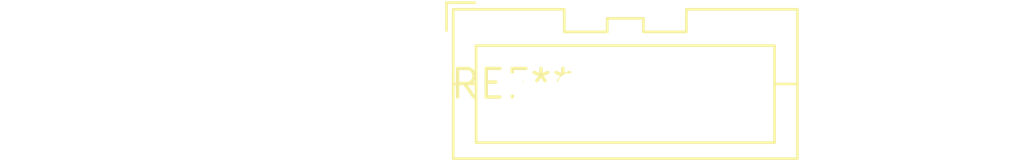
<source format=kicad_pcb>
(kicad_pcb (version 20240108) (generator pcbnew)
  (layers (0 "F.Cu" signal) (31 "B.Cu" signal) (34 "B.Paste" user) (35 "F.Paste" user) (36 "B.SilkS" user "B.Silkscreen") (37 "F.SilkS" user "F.Silkscreen") (38 "B.Mask" user) (39 "F.Mask" user) (44 "Edge.Cuts" user))
  (net 0 "")
  (footprint "JST_XA_B05B-XASK-1_1x05_P2.50mm_Vertical" (layer "F.Cu") (at 0 0)
    (property "Reference" "REF**")
    (property "Value" "JST_XA_B05B-XASK-1_1x05_P2.50mm_Vertical")
    (fp_line (start -2.91 -3.61) (end -2.91 -2.36) (layer "F.SilkS") (stroke (width 0.12)))
    (fp_line (start -2.61 -3.31) (end -2.61 3.31) (layer "F.SilkS") (stroke (width 0.12)))
    (fp_line (start -2.61 0) (end -1.6 0) (layer "F.SilkS") (stroke (width 0.12)))
    (fp_line (start -2.61 3.31) (end 12.61 3.31) (layer "F.SilkS") (stroke (width 0.12)))
    (fp_line (start -1.66 -3.61) (end -2.91 -3.61) (layer "F.SilkS") (stroke (width 0.12)))
    (fp_line (start -1.6 -1.7) (end -1.6 2.6) (layer "F.SilkS") (stroke (width 0.12)))
    (fp_line (start -1.6 2.6) (end 11.6 2.6) (layer "F.SilkS") (stroke (width 0.12)))
    (fp_line (start 2.3 -3.31) (end -2.61 -3.31) (layer "F.SilkS") (stroke (width 0.12)))
    (fp_line (start 2.3 -2.31) (end 2.3 -3.31) (layer "F.SilkS") (stroke (width 0.12)))
    (fp_line (start 4.2 -2.91) (end 4.2 -2.31) (layer "F.SilkS") (stroke (width 0.12)))
    (fp_line (start 4.2 -2.31) (end 2.3 -2.31) (layer "F.SilkS") (stroke (width 0.12)))
    (fp_line (start 5.8 -2.91) (end 4.2 -2.91) (layer "F.SilkS") (stroke (width 0.12)))
    (fp_line (start 5.8 -2.31) (end 5.8 -2.91) (layer "F.SilkS") (stroke (width 0.12)))
    (fp_line (start 7.7 -3.31) (end 7.7 -2.31) (layer "F.SilkS") (stroke (width 0.12)))
    (fp_line (start 7.7 -2.31) (end 5.8 -2.31) (layer "F.SilkS") (stroke (width 0.12)))
    (fp_line (start 11.6 -1.7) (end -1.6 -1.7) (layer "F.SilkS") (stroke (width 0.12)))
    (fp_line (start 11.6 2.6) (end 11.6 -1.7) (layer "F.SilkS") (stroke (width 0.12)))
    (fp_line (start 12.61 -3.31) (end 7.7 -3.31) (layer "F.SilkS") (stroke (width 0.12)))
    (fp_line (start 12.61 0) (end 11.6 0) (layer "F.SilkS") (stroke (width 0.12)))
    (fp_line (start 12.61 3.31) (end 12.61 -3.31) (layer "F.SilkS") (stroke (width 0.12)))
    (pad "1" thru_hole roundrect (at 0 0) (size 1.7 1.95) (drill 0.95) (layers *.Cu *.Mask) (remove_unused_layers) (roundrect_rratio 0.147059))
    (pad "2" thru_hole oval (at 2.5 0) (size 1.7 1.95) (drill 0.95) (layers *.Cu *.Mask) (remove_unused_layers))
    (pad "3" thru_hole oval (at 5 0) (size 1.7 1.95) (drill 0.95) (layers *.Cu *.Mask) (remove_unused_layers))
    (pad "4" thru_hole oval (at 7.5 0) (size 1.7 1.95) (drill 0.95) (layers *.Cu *.Mask) (remove_unused_layers))
    (pad "5" thru_hole oval (at 10 0) (size 1.7 1.95) (drill 0.95) (layers *.Cu *.Mask) (remove_unused_layers))
  )
)
</source>
